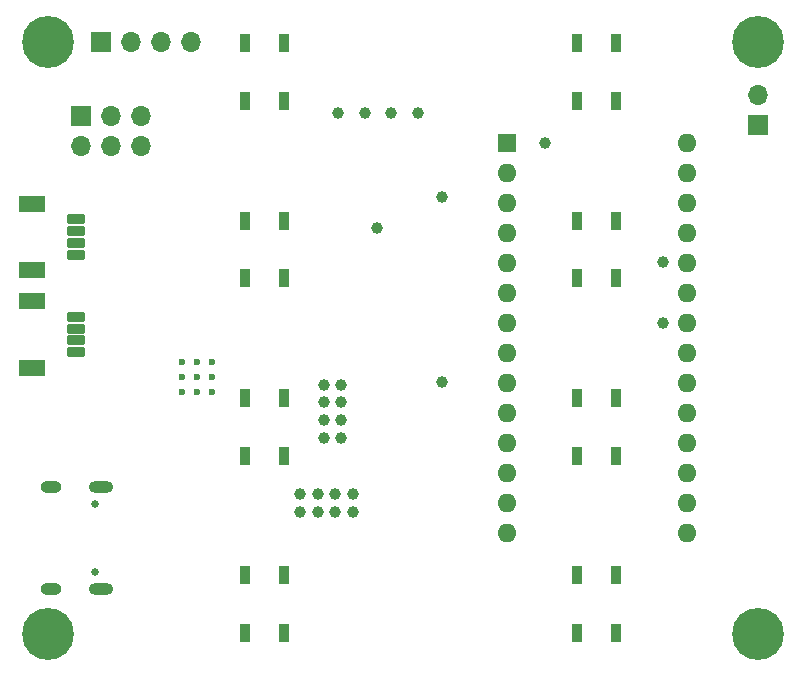
<source format=gbr>
%TF.GenerationSoftware,KiCad,Pcbnew,7.0.5-7.0.5~ubuntu20.04.1*%
%TF.CreationDate,2023-07-05T21:04:24+02:00*%
%TF.ProjectId,sao_eprom_v2,73616f5f-6570-4726-9f6d-5f76322e6b69,rev?*%
%TF.SameCoordinates,Original*%
%TF.FileFunction,Soldermask,Bot*%
%TF.FilePolarity,Negative*%
%FSLAX46Y46*%
G04 Gerber Fmt 4.6, Leading zero omitted, Abs format (unit mm)*
G04 Created by KiCad (PCBNEW 7.0.5-7.0.5~ubuntu20.04.1) date 2023-07-05 21:04:24*
%MOMM*%
%LPD*%
G01*
G04 APERTURE LIST*
G04 Aperture macros list*
%AMRoundRect*
0 Rectangle with rounded corners*
0 $1 Rounding radius*
0 $2 $3 $4 $5 $6 $7 $8 $9 X,Y pos of 4 corners*
0 Add a 4 corners polygon primitive as box body*
4,1,4,$2,$3,$4,$5,$6,$7,$8,$9,$2,$3,0*
0 Add four circle primitives for the rounded corners*
1,1,$1+$1,$2,$3*
1,1,$1+$1,$4,$5*
1,1,$1+$1,$6,$7*
1,1,$1+$1,$8,$9*
0 Add four rect primitives between the rounded corners*
20,1,$1+$1,$2,$3,$4,$5,0*
20,1,$1+$1,$4,$5,$6,$7,0*
20,1,$1+$1,$6,$7,$8,$9,0*
20,1,$1+$1,$8,$9,$2,$3,0*%
G04 Aperture macros list end*
%ADD10C,0.700000*%
%ADD11C,4.400000*%
%ADD12R,1.700000X1.700000*%
%ADD13O,1.700000X1.700000*%
%ADD14R,1.600000X1.600000*%
%ADD15O,1.600000X1.600000*%
%ADD16C,0.600000*%
%ADD17C,0.650000*%
%ADD18O,2.100000X1.000000*%
%ADD19O,1.800000X1.000000*%
%ADD20C,1.000000*%
%ADD21RoundRect,0.101600X0.674370X-0.299720X0.674370X0.299720X-0.674370X0.299720X-0.674370X-0.299720X0*%
%ADD22RoundRect,0.101600X0.999490X-0.599440X0.999490X0.599440X-0.999490X0.599440X-0.999490X-0.599440X0*%
%ADD23R,0.900000X1.500000*%
G04 APERTURE END LIST*
D10*
%TO.C,H3*%
X185600000Y-32750000D03*
X186083274Y-31583274D03*
X186083274Y-33916726D03*
X187250000Y-31100000D03*
D11*
X187250000Y-32750000D03*
D10*
X187250000Y-34400000D03*
X188416726Y-31583274D03*
X188416726Y-33916726D03*
X188900000Y-32750000D03*
%TD*%
D12*
%TO.C,J4*%
X187250000Y-39750000D03*
D13*
X187250000Y-37210000D03*
%TD*%
D10*
%TO.C,H4*%
X185600000Y-82850000D03*
X186083274Y-81683274D03*
X186083274Y-84016726D03*
X187250000Y-81200000D03*
D11*
X187250000Y-82850000D03*
D10*
X187250000Y-84500000D03*
X188416726Y-81683274D03*
X188416726Y-84016726D03*
X188900000Y-82850000D03*
%TD*%
D14*
%TO.C,U5*%
X166000000Y-41250000D03*
D15*
X166000000Y-43790000D03*
X166000000Y-46330000D03*
X166000000Y-48870000D03*
X166000000Y-51410000D03*
X166000000Y-53950000D03*
X166000000Y-56490000D03*
X166000000Y-59030000D03*
X166000000Y-61570000D03*
X166000000Y-64110000D03*
X166000000Y-66650000D03*
X166000000Y-69190000D03*
X166000000Y-71730000D03*
X166000000Y-74270000D03*
X181240000Y-74270000D03*
X181240000Y-71730000D03*
X181240000Y-69190000D03*
X181240000Y-66650000D03*
X181240000Y-64110000D03*
X181240000Y-61570000D03*
X181240000Y-59030000D03*
X181240000Y-56490000D03*
X181240000Y-53950000D03*
X181240000Y-51410000D03*
X181240000Y-48870000D03*
X181240000Y-46330000D03*
X181240000Y-43790000D03*
X181240000Y-41250000D03*
%TD*%
D16*
%TO.C,U2*%
X141020000Y-62370000D03*
X141020000Y-61100000D03*
X141020000Y-59830000D03*
X139750000Y-62370000D03*
X139750000Y-61100000D03*
X139750000Y-59830000D03*
X138480000Y-62370000D03*
X138480000Y-61100000D03*
X138480000Y-59830000D03*
%TD*%
D12*
%TO.C,J1*%
X131630000Y-32750000D03*
D13*
X134170000Y-32750000D03*
X136710000Y-32750000D03*
X139250000Y-32750000D03*
%TD*%
D10*
%TO.C,H2*%
X125500000Y-82850000D03*
X125983274Y-81683274D03*
X125983274Y-84016726D03*
X127150000Y-81200000D03*
D11*
X127150000Y-82850000D03*
D10*
X127150000Y-84500000D03*
X128316726Y-81683274D03*
X128316726Y-84016726D03*
X128800000Y-82850000D03*
%TD*%
%TO.C,H1*%
X125500000Y-32750000D03*
X125983274Y-31583274D03*
X125983274Y-33916726D03*
X127150000Y-31100000D03*
D11*
X127150000Y-32750000D03*
D10*
X127150000Y-34400000D03*
X128316726Y-31583274D03*
X128316726Y-33916726D03*
X128800000Y-32750000D03*
%TD*%
D17*
%TO.C,J2*%
X131130000Y-71860000D03*
X131130000Y-77640000D03*
D18*
X131650000Y-70430000D03*
D19*
X127450000Y-70430000D03*
D18*
X131650000Y-79070000D03*
D19*
X127450000Y-79070000D03*
%TD*%
D12*
%TO.C,J3*%
X129960000Y-38980000D03*
D13*
X129960000Y-41535000D03*
X132500000Y-38980000D03*
X132500000Y-41535000D03*
X135040000Y-38980000D03*
X135040000Y-41535000D03*
%TD*%
D20*
%TO.C,TP10*%
X152000000Y-61750000D03*
%TD*%
D21*
%TO.C,J5*%
X129500000Y-50748600D03*
X129500000Y-49747840D03*
X129500000Y-48752160D03*
X129500000Y-47751400D03*
D22*
X125827160Y-52049080D03*
X125827160Y-46450920D03*
%TD*%
D23*
%TO.C,D13*%
X175250000Y-67750000D03*
X171950000Y-67750000D03*
X171950000Y-62850000D03*
X175250000Y-62850000D03*
%TD*%
D20*
%TO.C,TP3*%
X155000000Y-48500000D03*
%TD*%
%TO.C,TP11*%
X152000000Y-63250000D03*
%TD*%
%TO.C,TP20*%
X150000000Y-71000000D03*
%TD*%
D21*
%TO.C,J6*%
X129500000Y-58998600D03*
X129500000Y-57997840D03*
X129500000Y-57002160D03*
X129500000Y-56001400D03*
D22*
X125827160Y-60299080D03*
X125827160Y-54700920D03*
%TD*%
D23*
%TO.C,D14*%
X175275000Y-82750000D03*
X171975000Y-82750000D03*
X171975000Y-77850000D03*
X175275000Y-77850000D03*
%TD*%
%TO.C,D9*%
X147125000Y-67750000D03*
X143825000Y-67750000D03*
X143825000Y-62850000D03*
X147125000Y-62850000D03*
%TD*%
D20*
%TO.C,TP27*%
X179250000Y-56500000D03*
%TD*%
D23*
%TO.C,D10*%
X147150000Y-82750000D03*
X143850000Y-82750000D03*
X143850000Y-77850000D03*
X147150000Y-77850000D03*
%TD*%
%TO.C,D8*%
X147150000Y-52750000D03*
X143850000Y-52750000D03*
X143850000Y-47850000D03*
X147150000Y-47850000D03*
%TD*%
D20*
%TO.C,TP13*%
X152000000Y-66250000D03*
%TD*%
%TO.C,TP7*%
X150500000Y-64750000D03*
%TD*%
%TO.C,TP19*%
X151500000Y-71000000D03*
%TD*%
%TO.C,TP8*%
X150500000Y-63250000D03*
%TD*%
%TO.C,TP26*%
X169250000Y-41250000D03*
%TD*%
%TO.C,TP21*%
X148500000Y-71000000D03*
%TD*%
%TO.C,TP24*%
X151750000Y-38750000D03*
%TD*%
%TO.C,TP12*%
X152000000Y-64750000D03*
%TD*%
%TO.C,TP16*%
X151500000Y-72500000D03*
%TD*%
%TO.C,TP15*%
X150000000Y-72500000D03*
%TD*%
%TO.C,TP25*%
X179250000Y-51400000D03*
%TD*%
%TO.C,TP28*%
X158500000Y-38750000D03*
%TD*%
%TO.C,TP6*%
X150500000Y-66250000D03*
%TD*%
%TO.C,TP17*%
X153000000Y-72500000D03*
%TD*%
%TO.C,TP22*%
X156250000Y-38750000D03*
%TD*%
%TO.C,TP18*%
X153000000Y-71000000D03*
%TD*%
D23*
%TO.C,D7*%
X147150000Y-37750000D03*
X143850000Y-37750000D03*
X143850000Y-32850000D03*
X147150000Y-32850000D03*
%TD*%
D20*
%TO.C,TP9*%
X150500000Y-61750000D03*
%TD*%
%TO.C,TP4*%
X160500000Y-61500000D03*
%TD*%
D23*
%TO.C,D12*%
X175275000Y-52750000D03*
X171975000Y-52750000D03*
X171975000Y-47850000D03*
X175275000Y-47850000D03*
%TD*%
%TO.C,D11*%
X175275000Y-37750000D03*
X171975000Y-37750000D03*
X171975000Y-32850000D03*
X175275000Y-32850000D03*
%TD*%
D20*
%TO.C,TP23*%
X154000000Y-38750000D03*
%TD*%
%TO.C,TP14*%
X148500000Y-72500000D03*
%TD*%
%TO.C,TP5*%
X160500000Y-45850000D03*
%TD*%
M02*

</source>
